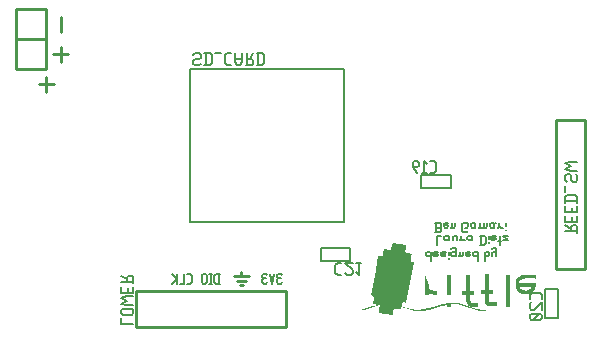
<source format=gbr>
G04 start of page 9 for group -4078 idx -4078 *
G04 Title: riffle, bottomsilk *
G04 Creator: pcb 20140316 *
G04 CreationDate: Tue 16 Sep 2014 07:22:34 PM GMT UTC *
G04 For: ben *
G04 Format: Gerber/RS-274X *
G04 PCB-Dimensions (mil): 6000.00 5000.00 *
G04 PCB-Coordinate-Origin: lower left *
%MOIN*%
%FSLAX25Y25*%
%LNBOTTOMSILK*%
%ADD87C,0.0079*%
%ADD86C,0.0060*%
%ADD85C,0.0100*%
%ADD84C,0.0001*%
G54D84*G36*
X290630Y283150D02*X290474Y281936D01*
X289839Y280948D01*
X289290Y280502D01*
X288786Y281674D01*
X288959Y281929D01*
X289099Y282130D01*
X289236Y282451D01*
X289307Y282629D01*
X285335D01*
X285379Y282379D01*
X285466Y282184D01*
X285645Y281972D01*
X285986Y281674D01*
X286252Y281566D01*
X286482Y281469D01*
X286911Y281334D01*
X287462Y281305D01*
X288124Y281495D01*
X288786Y281674D01*
X289290Y280502D01*
X288699Y280318D01*
X288075Y280171D01*
X287450Y280027D01*
X286675Y280025D01*
X285921Y280215D01*
X285308Y280513D01*
X284923Y280893D01*
X284478Y281414D01*
X284096Y282027D01*
X283963Y282607D01*
X283968Y283367D01*
X283984Y284116D01*
X284194Y284833D01*
X284523Y285356D01*
X285010Y285754D01*
X285531Y286145D01*
X286116Y286421D01*
X286854Y286584D01*
X287853Y286644D01*
X290630D01*
Y285298D01*
X290283Y285376D01*
X289827Y285466D01*
X289480Y285488D01*
X289274Y285480D01*
X288872Y285479D01*
X288493Y285488D01*
X288135D01*
X287936Y285485D01*
X287281Y285406D01*
X286770Y285277D01*
X286244Y285154D01*
X285857Y284977D01*
X285595Y284858D01*
X285362Y284707D01*
X285214Y284453D01*
X285105Y283956D01*
X290630Y283974D01*
Y283150D01*
G37*
G36*
X280770Y275908D02*Y286585D01*
X282093D01*
Y275908D01*
X280770D01*
G37*
G36*
X271470Y275930D02*X269582D01*
X269045Y275984D01*
X268573Y276147D01*
X268193Y276391D01*
X267955Y276711D01*
X267673Y277177D01*
X267466Y277870D01*
X267456Y279207D01*
Y279923D01*
X266132D01*
Y281268D01*
X267456D01*
Y286607D01*
X268801D01*
Y281268D01*
X270125D01*
Y279923D01*
X268801D01*
Y278989D01*
X268834Y278241D01*
X268953Y277644D01*
X269024Y277519D01*
X269104Y277456D01*
X269240Y277361D01*
X269561Y277253D01*
X271470D01*
Y275930D01*
G37*
G36*
X242694Y296014D02*X242981Y297218D01*
X243215Y297305D01*
X247501Y296453D01*
X247398Y295200D01*
X247235Y294006D01*
X248238Y293768D01*
X249437Y293551D01*
X249237Y292558D01*
X248949Y291153D01*
X249014Y290979D01*
X249492Y290870D01*
X249985Y290756D01*
X250099Y290529D01*
X248819Y283790D01*
X247533Y277318D01*
X246898Y277394D01*
X246296Y277388D01*
X246079Y276721D01*
X246063Y276531D01*
X245998Y276249D01*
X246535Y275913D01*
X249215Y275137D01*
X251434Y274904D01*
X253566Y275115D01*
X256306Y275913D01*
X259540Y276884D01*
X261959Y277188D01*
X263299Y277177D01*
X264623Y277003D01*
X268095Y276016D01*
X270623Y275251D01*
X273548Y274860D01*
X273971Y274784D01*
X274047Y274719D01*
X273944Y274660D01*
X274047Y274562D01*
X273993Y274475D01*
X273521Y274464D01*
X271969Y274643D01*
X268616Y275598D01*
X265610Y276466D01*
X264401Y276683D01*
X263278Y276765D01*
X262171Y276699D01*
X260988Y276493D01*
X258091Y275658D01*
X255015Y274746D01*
X252741Y274508D01*
X251401Y274518D01*
X250143Y274654D01*
X247278Y275414D01*
X245906Y275875D01*
X245830Y275468D01*
X245748Y275197D01*
X245564Y275077D01*
X244430Y275245D01*
X243475Y275332D01*
X243177Y274128D01*
X242954Y273173D01*
X242835Y273043D01*
X242650Y273021D01*
X238353Y273889D01*
X238511Y275175D01*
X238750Y276379D01*
X238505D01*
X235250Y275327D01*
X233574Y274909D01*
X232901Y274822D01*
X232613D01*
X232630Y275202D01*
X233156Y275311D01*
X236498Y276070D01*
X238033Y276515D01*
X237122Y276694D01*
X236851Y276743D01*
X236639Y276802D01*
X236541Y277020D01*
X236666Y278099D01*
X236861Y279238D01*
X236384Y279461D01*
X235793Y279672D01*
X236932Y286123D01*
X238245Y292726D01*
X238402Y292959D01*
X238961Y292937D01*
X239601Y292862D01*
X239818Y294017D01*
X240024Y294885D01*
X240209Y295238D01*
X242227Y294950D01*
X242374D01*
X242477Y295075D01*
X242694Y296014D01*
G37*
G36*
X261011Y275930D02*Y277253D01*
X262335D01*
Y275930D01*
X261011D01*
G37*
G36*
Y279923D02*Y286607D01*
X262335D01*
Y279923D01*
X261011D01*
G37*
G36*
X257604Y281268D02*Y279923D01*
X257062D01*
X256660Y279977D01*
X256264Y280107D01*
X255950Y280226D01*
X255781Y280270D01*
X255472Y280509D01*
X255147Y280829D01*
X254924Y281116D01*
X254935Y281268D01*
Y279923D01*
X253611D01*
Y286607D01*
X254935Y283265D01*
X254946Y282842D01*
X255000Y282500D01*
X255136Y282163D01*
X255391Y281789D01*
X255635Y281615D01*
X255928Y281545D01*
X256780Y281268D01*
X257604D01*
G37*
G36*
X277669Y276007D02*X275781D01*
X275244Y276061D01*
X274772Y276224D01*
X274392Y276468D01*
X274154Y276788D01*
X273872Y277254D01*
X273665Y277947D01*
X273655Y279284D01*
Y280000D01*
X272331D01*
Y281345D01*
X273655D01*
Y286684D01*
X275000D01*
Y281345D01*
X276324D01*
Y280000D01*
X275000D01*
Y279066D01*
X275033Y278318D01*
X275152Y277721D01*
X275223Y277596D01*
X275303Y277533D01*
X275439Y277438D01*
X275760Y277330D01*
X277669D01*
Y276007D01*
G37*
G54D85*X127350Y355000D02*Y375000D01*
X117350D01*
Y355000D01*
Y365000D02*X127350D01*
X127500Y352500D02*Y347500D01*
X125000Y350000D02*X130000D01*
X117350Y355000D02*X127350D01*
X129850Y360000D02*X134850D01*
X132350Y357500D02*Y362500D01*
Y367500D02*Y372500D01*
X192500Y287500D02*Y286000D01*
X190000D02*X195000D01*
X191000Y284500D02*X194000D01*
X192000Y283000D02*X193000D01*
G54D86*X257663Y296518D02*Y299598D01*
X259203D01*
X261282Y298058D02*X261667Y298443D01*
X260512Y298058D02*X261282D01*
X260127Y298443D02*X260512Y298058D01*
X260127Y298443D02*Y299213D01*
X260512Y299598D01*
X261667Y298058D02*Y299213D01*
X262052Y299598D01*
X260512D02*X261282D01*
X261667Y299213D01*
X262976Y298058D02*Y299213D01*
X263361Y299598D01*
X264131D01*
X264516Y299213D01*
Y298058D02*Y299213D01*
X265825Y298443D02*Y299598D01*
Y298443D02*X266210Y298058D01*
X266980D01*
X265440D02*X265825Y298443D01*
X269059Y298058D02*X269444Y298443D01*
X268289Y298058D02*X269059D01*
X267904Y298443D02*X268289Y298058D01*
X267904Y298443D02*Y299213D01*
X268289Y299598D01*
X269444Y298058D02*Y299213D01*
X269829Y299598D01*
X268289D02*X269059D01*
X269444Y299213D01*
X272524Y296518D02*Y299598D01*
X273525Y296518D02*X274064Y297057D01*
Y299059D01*
X273525Y299598D02*X274064Y299059D01*
X272139Y299598D02*X273525D01*
X272139Y296518D02*X273525D01*
X274988Y297288D02*Y297365D01*
Y298443D02*Y299598D01*
X276143D02*X277298D01*
X275758Y299213D02*X276143Y299598D01*
X275758Y298443D02*Y299213D01*
Y298443D02*X276143Y298058D01*
X276913D01*
X277298Y298443D01*
X275758Y298828D02*X277298D01*
Y298443D02*Y298828D01*
X278607Y296518D02*Y299213D01*
X278992Y299598D01*
X278222Y297673D02*X278992D01*
X279762Y298058D02*X281302D01*
X279762Y299598D02*X281302Y298058D01*
X279762Y299598D02*X281302D01*
X255584Y291227D02*Y294267D01*
X255204D02*X255584Y293887D01*
X254444Y294267D02*X255204D01*
X254064Y293887D02*X254444Y294267D01*
X254064Y293127D02*Y293887D01*
Y293127D02*X254444Y292747D01*
X255204D01*
X255584Y293127D01*
X256876Y294267D02*X258016D01*
X256496Y293887D02*X256876Y294267D01*
X256496Y293127D02*Y293887D01*
Y293127D02*X256876Y292747D01*
X257636D01*
X258016Y293127D01*
X256496Y293507D02*X258016D01*
Y293127D02*Y293507D01*
X259308Y294267D02*X260448D01*
X260828Y293887D01*
X260448Y293507D02*X260828Y293887D01*
X259308Y293507D02*X260448D01*
X258928Y293127D02*X259308Y293507D01*
X258928Y293127D02*X259308Y292747D01*
X260448D01*
X260828Y293127D01*
X258928Y293887D02*X259308Y294267D01*
X261740Y291987D02*Y292063D01*
Y293127D02*Y294267D01*
X263640Y292747D02*X264020Y293127D01*
X262880Y292747D02*X263640D01*
X262500Y293127D02*X262880Y292747D01*
X262500Y293127D02*Y293887D01*
X262880Y294267D01*
X263640D01*
X264020Y293887D01*
X262500Y295027D02*X262880Y295407D01*
X263640D01*
X264020Y295027D01*
Y292747D02*Y295027D01*
X265312Y293127D02*Y294267D01*
Y293127D02*X265692Y292747D01*
X266072D01*
X266452Y293127D01*
Y294267D01*
X264932Y292747D02*X265312Y293127D01*
X267744Y294267D02*X268884D01*
X267364Y293887D02*X267744Y294267D01*
X267364Y293127D02*Y293887D01*
Y293127D02*X267744Y292747D01*
X268504D01*
X268884Y293127D01*
X267364Y293507D02*X268884D01*
Y293127D02*Y293507D01*
X271316Y291227D02*Y294267D01*
X270936D02*X271316Y293887D01*
X270176Y294267D02*X270936D01*
X269796Y293887D02*X270176Y294267D01*
X269796Y293127D02*Y293887D01*
Y293127D02*X270176Y292747D01*
X270936D01*
X271316Y293127D01*
X273596Y291227D02*Y294267D01*
Y293887D02*X273976Y294267D01*
X274736D01*
X275116Y293887D01*
Y293127D02*Y293887D01*
X274736Y292747D02*X275116Y293127D01*
X273976Y292747D02*X274736D01*
X273596Y293127D02*X273976Y292747D01*
X276028D02*Y293887D01*
X276408Y294267D01*
X277548Y292747D02*Y295027D01*
X277168Y295407D02*X277548Y295027D01*
X276408Y295407D02*X277168D01*
X276028Y295027D02*X276408Y295407D01*
Y294267D02*X277168D01*
X277548Y293887D01*
X257131Y303800D02*X258651D01*
X259031Y303420D01*
Y302508D02*Y303420D01*
X258651Y302128D02*X259031Y302508D01*
X257511Y302128D02*X258651D01*
X257511Y300760D02*Y303800D01*
X257131Y300760D02*X258651D01*
X259031Y301140D01*
Y301748D01*
X258651Y302128D02*X259031Y301748D01*
X260323Y303800D02*X261463D01*
X259943Y303420D02*X260323Y303800D01*
X259943Y302660D02*Y303420D01*
Y302660D02*X260323Y302280D01*
X261083D01*
X261463Y302660D01*
X259943Y303040D02*X261463D01*
Y302660D02*Y303040D01*
X262756Y302660D02*Y303800D01*
Y302660D02*X263136Y302280D01*
X263516D01*
X263896Y302660D01*
Y303800D01*
X262376Y302280D02*X262756Y302660D01*
X267696Y300760D02*X268076Y301140D01*
X266556Y300760D02*X267696D01*
X266176Y301140D02*X266556Y300760D01*
X266176Y301140D02*Y303420D01*
X266556Y303800D01*
X267696D01*
X268076Y303420D01*
Y302660D02*Y303420D01*
X267696Y302280D02*X268076Y302660D01*
X266936Y302280D02*X267696D01*
X270128D02*X270508Y302660D01*
X269368Y302280D02*X270128D01*
X268988Y302660D02*X269368Y302280D01*
X268988Y302660D02*Y303420D01*
X269368Y303800D01*
X270508Y302280D02*Y303420D01*
X270888Y303800D01*
X269368D02*X270128D01*
X270508Y303420D01*
X272180Y302660D02*Y303800D01*
Y302660D02*X272560Y302280D01*
X272940D01*
X273320Y302660D01*
Y303800D01*
Y302660D02*X273700Y302280D01*
X274080D01*
X274460Y302660D01*
Y303800D01*
X271800Y302280D02*X272180Y302660D01*
X276512Y302280D02*X276892Y302660D01*
X275752Y302280D02*X276512D01*
X275372Y302660D02*X275752Y302280D01*
X275372Y302660D02*Y303420D01*
X275752Y303800D01*
X276892Y302280D02*Y303420D01*
X277272Y303800D01*
X275752D02*X276512D01*
X276892Y303420D01*
X278564Y302660D02*Y303800D01*
Y302660D02*X278944Y302280D01*
X279704D01*
X278184D02*X278564Y302660D01*
X280616Y301520D02*Y301596D01*
Y302660D02*Y303800D01*
X206000Y286345D02*X205615Y286730D01*
X204845D02*X205615D01*
X204845D02*X204460Y286345D01*
X204845Y283650D02*X204460Y284035D01*
X204845Y283650D02*X205615D01*
X206000Y284035D02*X205615Y283650D01*
X204845Y285344D02*X205615D01*
X204460Y285729D02*Y286345D01*
Y284035D02*Y284959D01*
X204845Y285344D01*
X204460Y285729D02*X204845Y285344D01*
X203536Y286730D02*X202766Y283650D01*
X201996Y286730D01*
X201072Y286345D02*X200687Y286730D01*
X199917D02*X200687D01*
X199917D02*X199532Y286345D01*
X199917Y283650D02*X199532Y284035D01*
X199917Y283650D02*X200687D01*
X201072Y284035D02*X200687Y283650D01*
X199917Y285344D02*X200687D01*
X199532Y285729D02*Y286345D01*
Y284035D02*Y284959D01*
X199917Y285344D01*
X199532Y285729D02*X199917Y285344D01*
X185115Y283650D02*Y286730D01*
X184114D02*X183575Y286191D01*
Y284189D02*Y286191D01*
X184114Y283650D02*X183575Y284189D01*
X184114Y283650D02*X185500D01*
X184114Y286730D02*X185500D01*
X181881D02*X182651D01*
X182266Y283650D02*Y286730D01*
X181881Y283650D02*X182651D01*
X180957Y284035D02*Y286345D01*
X180572Y286730D01*
X179802D02*X180572D01*
X179802D02*X179417Y286345D01*
Y284035D02*Y286345D01*
X179802Y283650D02*X179417Y284035D01*
X179802Y283650D02*X180572D01*
X180957Y284035D02*X180572Y283650D01*
X174460D02*X175461D01*
X176000Y284189D02*X175461Y283650D01*
X176000Y284189D02*Y286191D01*
X175461Y286730D01*
X174460D02*X175461D01*
X173536Y283650D02*Y286730D01*
X171996Y283650D02*X173536D01*
X171072D02*Y286730D01*
Y285190D02*X169532Y286730D01*
X171072Y285190D02*X169532Y283650D01*
G54D87*X175453Y304138D02*X226634D01*
Y355319D02*Y304138D01*
X175453Y355319D02*X226634D01*
X175453D02*Y304138D01*
G54D85*X157500Y281000D02*X207500D01*
X157500D02*Y269000D01*
X207500D01*
Y281000D02*Y269000D01*
G54D86*X228820Y295616D02*X218959D01*
Y291266D01*
X228820D01*
Y295616D01*
X252569Y315325D02*X262431D01*
Y319675D01*
X252569D02*X262431D01*
X252569Y315325D02*Y319675D01*
X298175Y281978D02*Y272117D01*
X293825Y281978D02*X298175D01*
X293825D02*Y272117D01*
X298175D01*
G54D85*X297500Y288500D02*X307000D01*
X297500Y338000D02*X307000D01*
Y288500D01*
X297500Y338000D02*Y288500D01*
G54D86*X152500Y270000D02*X156500D01*
X152500D02*Y272000D01*
X153000Y273200D02*X156000D01*
X156500Y273700D01*
Y274700D01*
X156000Y275200D01*
X153000D02*X156000D01*
X152500Y274700D02*X153000Y275200D01*
X152500Y273700D02*Y274700D01*
X153000Y273200D02*X152500Y273700D01*
X154500Y276400D02*X156500D01*
X154500D02*X152500Y276900D01*
X154500Y277900D01*
X152500Y278900D01*
X154500Y279400D01*
X156500D01*
X154700Y280600D02*Y282100D01*
X152500Y280600D02*Y282600D01*
Y280600D02*X156500D01*
Y282600D01*
Y283800D02*Y285800D01*
X156000Y286300D01*
X155000D02*X156000D01*
X154500Y285800D02*X155000Y286300D01*
X154500Y284300D02*Y285800D01*
X152500Y284300D02*X156500D01*
X154500Y285100D02*X152500Y286300D01*
X178512Y356386D02*X179012Y356886D01*
X177012Y356386D02*X178512D01*
X176512Y356886D02*X177012Y356386D01*
X176512Y356886D02*Y357886D01*
X177012Y358386D01*
X178512D01*
X179012Y358886D01*
Y359886D01*
X178512Y360386D02*X179012Y359886D01*
X177012Y360386D02*X178512D01*
X176512Y359886D02*X177012Y360386D01*
X180712Y356386D02*Y360386D01*
X182012Y356386D02*X182712Y357086D01*
Y359686D01*
X182012Y360386D02*X182712Y359686D01*
X180212Y360386D02*X182012D01*
X180212Y356386D02*X182012D01*
X183912Y360386D02*X185912D01*
X187812D02*X189112D01*
X187112Y359686D02*X187812Y360386D01*
X187112Y357086D02*Y359686D01*
Y357086D02*X187812Y356386D01*
X189112D01*
X190312Y357386D02*Y360386D01*
Y357386D02*X191012Y356386D01*
X192112D01*
X192812Y357386D01*
Y360386D01*
X190312Y358386D02*X192812D01*
X194012Y356386D02*X196012D01*
X196512Y356886D01*
Y357886D01*
X196012Y358386D02*X196512Y357886D01*
X194512Y358386D02*X196012D01*
X194512Y356386D02*Y360386D01*
X195312Y358386D02*X196512Y360386D01*
X198212Y356386D02*Y360386D01*
X199512Y356386D02*X200212Y357086D01*
Y359686D01*
X199512Y360386D02*X200212Y359686D01*
X197712Y360386D02*X199512D01*
X197712Y356386D02*X199512D01*
X255500Y320374D02*X256800D01*
X257500Y321074D02*X256800Y320374D01*
X257500Y321074D02*Y323674D01*
X256800Y324374D01*
X255500D02*X256800D01*
X254300Y323574D02*X253500Y324374D01*
Y320374D02*Y324374D01*
X252800Y320374D02*X254300D01*
X251100D02*X249600Y322374D01*
Y323874D01*
X250100Y324374D02*X249600Y323874D01*
X250100Y324374D02*X251100D01*
X251600Y323874D02*X251100Y324374D01*
X251600Y322874D02*Y323874D01*
Y322874D02*X251100Y322374D01*
X249600D02*X251100D01*
X224590Y290567D02*X225890D01*
X223890Y289867D02*X224590Y290567D01*
X223890Y287267D02*Y289867D01*
Y287267D02*X224590Y286567D01*
X225890D01*
X227090Y287067D02*X227590Y286567D01*
X229090D01*
X229590Y287067D01*
Y288067D01*
X227090Y290567D02*X229590Y288067D01*
X227090Y290567D02*X229590D01*
X230790Y287367D02*X231590Y286567D01*
Y290567D01*
X230790D02*X232290D01*
X304500Y300500D02*Y302500D01*
X304000Y303000D01*
X303000D02*X304000D01*
X302500Y302500D02*X303000Y303000D01*
X302500Y301000D02*Y302500D01*
X300500Y301000D02*X304500D01*
X302500Y301800D02*X300500Y303000D01*
X302700Y304200D02*Y305700D01*
X300500Y304200D02*Y306200D01*
Y304200D02*X304500D01*
Y306200D01*
X302700Y307400D02*Y308900D01*
X300500Y307400D02*Y309400D01*
Y307400D02*X304500D01*
Y309400D01*
X300500Y311100D02*X304500D01*
Y312400D02*X303800Y313100D01*
X301200D02*X303800D01*
X300500Y312400D02*X301200Y313100D01*
X300500Y310600D02*Y312400D01*
X304500Y310600D02*Y312400D01*
X300500Y314300D02*Y316300D01*
X304500Y319500D02*X304000Y320000D01*
X304500Y318000D02*Y319500D01*
X304000Y317500D02*X304500Y318000D01*
X303000Y317500D02*X304000D01*
X303000D02*X302500Y318000D01*
Y319500D01*
X302000Y320000D01*
X301000D02*X302000D01*
X300500Y319500D02*X301000Y320000D01*
X300500Y318000D02*Y319500D01*
X301000Y317500D02*X300500Y318000D01*
X302500Y321200D02*X304500D01*
X302500D02*X300500Y321700D01*
X302500Y322700D01*
X300500Y323700D01*
X302500Y324200D01*
X304500D01*
X292626Y278547D02*Y279847D01*
X291926Y280547D02*X292626Y279847D01*
X289326Y280547D02*X291926D01*
X289326D02*X288626Y279847D01*
Y278547D02*Y279847D01*
X289126Y277347D02*X288626Y276847D01*
Y275347D02*Y276847D01*
Y275347D02*X289126Y274847D01*
X290126D01*
X292626Y277347D02*X290126Y274847D01*
X292626D02*Y277347D01*
X292126Y273647D02*X292626Y273147D01*
X289126Y273647D02*X292126D01*
X289126D02*X288626Y273147D01*
Y272147D02*Y273147D01*
Y272147D02*X289126Y271647D01*
X292126D01*
X292626Y272147D02*X292126Y271647D01*
X292626Y272147D02*Y273147D01*
X291626Y273647D02*X289626Y271647D01*
M02*

</source>
